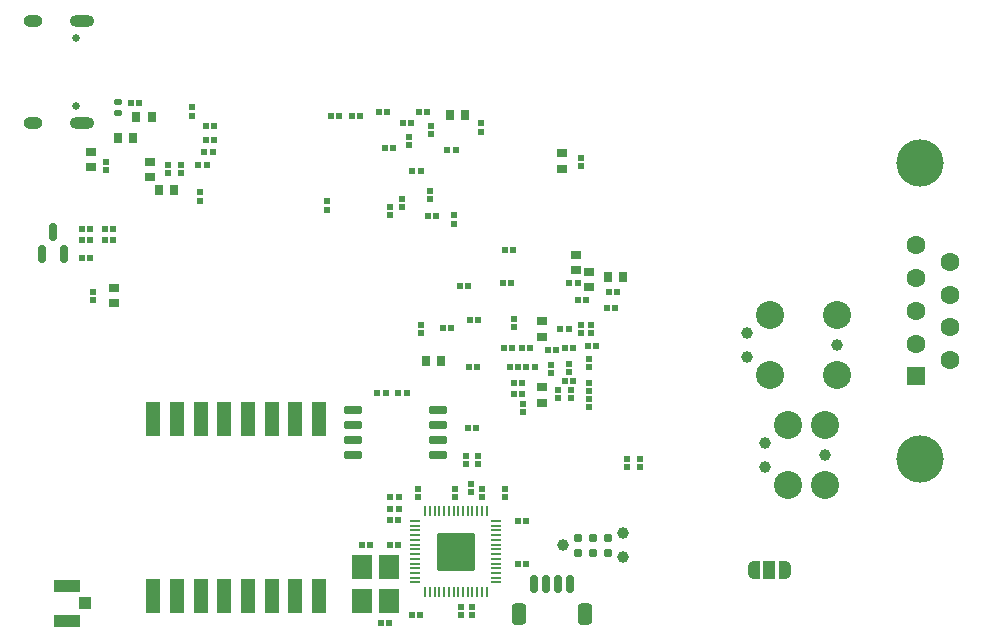
<source format=gts>
G04 #@! TF.GenerationSoftware,KiCad,Pcbnew,(6.0.2)*
G04 #@! TF.CreationDate,2022-04-20T12:25:19-06:00*
G04 #@! TF.ProjectId,nano,6e616e6f-2e6b-4696-9361-645f70636258,rev?*
G04 #@! TF.SameCoordinates,Original*
G04 #@! TF.FileFunction,Soldermask,Top*
G04 #@! TF.FilePolarity,Negative*
%FSLAX46Y46*%
G04 Gerber Fmt 4.6, Leading zero omitted, Abs format (unit mm)*
G04 Created by KiCad (PCBNEW (6.0.2)) date 2022-04-20 12:25:19*
%MOMM*%
%LPD*%
G01*
G04 APERTURE LIST*
G04 Aperture macros list*
%AMRoundRect*
0 Rectangle with rounded corners*
0 $1 Rounding radius*
0 $2 $3 $4 $5 $6 $7 $8 $9 X,Y pos of 4 corners*
0 Add a 4 corners polygon primitive as box body*
4,1,4,$2,$3,$4,$5,$6,$7,$8,$9,$2,$3,0*
0 Add four circle primitives for the rounded corners*
1,1,$1+$1,$2,$3*
1,1,$1+$1,$4,$5*
1,1,$1+$1,$6,$7*
1,1,$1+$1,$8,$9*
0 Add four rect primitives between the rounded corners*
20,1,$1+$1,$2,$3,$4,$5,0*
20,1,$1+$1,$4,$5,$6,$7,0*
20,1,$1+$1,$6,$7,$8,$9,0*
20,1,$1+$1,$8,$9,$2,$3,0*%
%AMFreePoly0*
4,1,22,0.550000,-0.750000,0.000000,-0.750000,0.000000,-0.745033,-0.079941,-0.743568,-0.215256,-0.701293,-0.333266,-0.622738,-0.424486,-0.514219,-0.481581,-0.384460,-0.499164,-0.250000,-0.500000,-0.250000,-0.500000,0.250000,-0.499164,0.250000,-0.499963,0.256109,-0.478152,0.396186,-0.417904,0.524511,-0.324060,0.630769,-0.204165,0.706417,-0.067858,0.745374,0.000000,0.744959,0.000000,0.750000,
0.550000,0.750000,0.550000,-0.750000,0.550000,-0.750000,$1*%
%AMFreePoly1*
4,1,20,0.000000,0.744959,0.073905,0.744508,0.209726,0.703889,0.328688,0.626782,0.421226,0.519385,0.479903,0.390333,0.500000,0.250000,0.500000,-0.250000,0.499851,-0.262216,0.476331,-0.402017,0.414519,-0.529596,0.319384,-0.634700,0.198574,-0.708877,0.061801,-0.746166,0.000000,-0.745033,0.000000,-0.750000,-0.550000,-0.750000,-0.550000,0.750000,0.000000,0.750000,0.000000,0.744959,
0.000000,0.744959,$1*%
G04 Aperture macros list end*
%ADD10RoundRect,0.022860X0.205740X0.227140X-0.205740X0.227140X-0.205740X-0.227140X0.205740X-0.227140X0*%
%ADD11RoundRect,0.022860X-0.227140X0.205740X-0.227140X-0.205740X0.227140X-0.205740X0.227140X0.205740X0*%
%ADD12RoundRect,0.022860X-0.205740X-0.227140X0.205740X-0.227140X0.205740X0.227140X-0.205740X0.227140X0*%
%ADD13RoundRect,0.022860X0.227140X-0.205740X0.227140X0.205740X-0.227140X0.205740X-0.227140X-0.205740X0*%
%ADD14RoundRect,0.147500X0.172500X-0.147500X0.172500X0.147500X-0.172500X0.147500X-0.172500X-0.147500X0*%
%ADD15RoundRect,0.150000X0.150000X-0.587500X0.150000X0.587500X-0.150000X0.587500X-0.150000X-0.587500X0*%
%ADD16RoundRect,0.035560X-0.320040X-0.383540X0.320040X-0.383540X0.320040X0.383540X-0.320040X0.383540X0*%
%ADD17RoundRect,0.035560X0.383540X-0.320040X0.383540X0.320040X-0.383540X0.320040X-0.383540X-0.320040X0*%
%ADD18RoundRect,0.035560X-0.383540X0.320040X-0.383540X-0.320040X0.383540X-0.320040X0.383540X0.320040X0*%
%ADD19RoundRect,0.035560X0.320040X0.383540X-0.320040X0.383540X-0.320040X-0.383540X0.320040X-0.383540X0*%
%ADD20R,2.200000X1.050000*%
%ADD21R,1.050000X1.000000*%
%ADD22RoundRect,0.150000X0.150000X0.625000X-0.150000X0.625000X-0.150000X-0.625000X0.150000X-0.625000X0*%
%ADD23RoundRect,0.250000X0.350000X0.650000X-0.350000X0.650000X-0.350000X-0.650000X0.350000X-0.650000X0*%
%ADD24FreePoly0,0.000000*%
%ADD25R,1.000000X1.500000*%
%ADD26FreePoly1,0.000000*%
%ADD27R,1.800000X2.100000*%
%ADD28R,1.200000X3.000000*%
%ADD29C,0.990600*%
%ADD30C,0.787400*%
%ADD31RoundRect,0.050000X-0.387500X-0.050000X0.387500X-0.050000X0.387500X0.050000X-0.387500X0.050000X0*%
%ADD32RoundRect,0.050000X-0.050000X-0.387500X0.050000X-0.387500X0.050000X0.387500X-0.050000X0.387500X0*%
%ADD33RoundRect,0.144000X-1.456000X-1.456000X1.456000X-1.456000X1.456000X1.456000X-1.456000X1.456000X0*%
%ADD34RoundRect,0.150000X-0.650000X-0.150000X0.650000X-0.150000X0.650000X0.150000X-0.650000X0.150000X0*%
%ADD35C,0.650000*%
%ADD36O,1.600000X1.000000*%
%ADD37O,2.100000X1.000000*%
%ADD38C,2.374900*%
%ADD39C,4.000000*%
%ADD40R,1.600000X1.600000*%
%ADD41C,1.600000*%
G04 APERTURE END LIST*
D10*
G04 #@! TO.C,C29*
X65713000Y-52182500D03*
X65013000Y-52182500D03*
G04 #@! TD*
D11*
G04 #@! TO.C,C39*
X67763000Y-50032500D03*
X67763000Y-50732500D03*
G04 #@! TD*
D12*
G04 #@! TO.C,C7*
X61263000Y-51982500D03*
X61963000Y-51982500D03*
G04 #@! TD*
D11*
G04 #@! TO.C,C17*
X55063000Y-33182500D03*
X55063000Y-33882500D03*
G04 #@! TD*
G04 #@! TO.C,C8*
X46313000Y-39582500D03*
X46313000Y-40282500D03*
G04 #@! TD*
G04 #@! TO.C,C9*
X57038000Y-40782500D03*
X57038000Y-41482500D03*
G04 #@! TD*
D12*
G04 #@! TO.C,C19*
X54863000Y-40832500D03*
X55563000Y-40832500D03*
G04 #@! TD*
G04 #@! TO.C,C10*
X61763000Y-53582500D03*
X62463000Y-53582500D03*
G04 #@! TD*
G04 #@! TO.C,C20*
X61363000Y-43682500D03*
X62063000Y-43682500D03*
G04 #@! TD*
G04 #@! TO.C,C11*
X48413000Y-32382500D03*
X49113000Y-32382500D03*
G04 #@! TD*
G04 #@! TO.C,C21*
X52713000Y-32982500D03*
X53413000Y-32982500D03*
G04 #@! TD*
G04 #@! TO.C,C12*
X62113000Y-54982500D03*
X62813000Y-54982500D03*
G04 #@! TD*
G04 #@! TO.C,C22*
X46613000Y-32382500D03*
X47313000Y-32382500D03*
G04 #@! TD*
D13*
G04 #@! TO.C,C24*
X59363000Y-33682500D03*
X59363000Y-32982500D03*
G04 #@! TD*
D11*
G04 #@! TO.C,C25*
X52638000Y-39382500D03*
X52638000Y-40082500D03*
G04 #@! TD*
D13*
G04 #@! TO.C,C26*
X53263000Y-34832500D03*
X53263000Y-34132500D03*
G04 #@! TD*
D11*
G04 #@! TO.C,C27*
X51638000Y-40082500D03*
X51638000Y-40782500D03*
G04 #@! TD*
D10*
G04 #@! TO.C,C1*
X54213000Y-36982500D03*
X53513000Y-36982500D03*
G04 #@! TD*
D12*
G04 #@! TO.C,C3*
X56488000Y-35232500D03*
X57188000Y-35232500D03*
G04 #@! TD*
G04 #@! TO.C,C4*
X57513000Y-46782500D03*
X58213000Y-46782500D03*
G04 #@! TD*
D10*
G04 #@! TO.C,C13*
X56813000Y-50332500D03*
X56113000Y-50332500D03*
G04 #@! TD*
D12*
G04 #@! TO.C,C5*
X70163000Y-47232500D03*
X70863000Y-47232500D03*
G04 #@! TD*
D11*
G04 #@! TO.C,C30*
X66763000Y-53332500D03*
X66763000Y-54032500D03*
G04 #@! TD*
G04 #@! TO.C,C40*
X67813000Y-35882500D03*
X67813000Y-36582500D03*
G04 #@! TD*
D10*
G04 #@! TO.C,C45*
X66763000Y-50432500D03*
X66063000Y-50432500D03*
G04 #@! TD*
G04 #@! TO.C,C32*
X63463000Y-51982500D03*
X62763000Y-51982500D03*
G04 #@! TD*
D12*
G04 #@! TO.C,C36*
X66413000Y-54782500D03*
X67113000Y-54782500D03*
G04 #@! TD*
D10*
G04 #@! TO.C,C33*
X63863000Y-53582500D03*
X63163000Y-53582500D03*
G04 #@! TD*
D13*
G04 #@! TO.C,C41*
X62113046Y-50232854D03*
X62113046Y-49532854D03*
G04 #@! TD*
D14*
G04 #@! TO.C,D3*
X28613000Y-32132500D03*
X28613000Y-31162500D03*
G04 #@! TD*
D10*
G04 #@! TO.C,R4*
X59002142Y-53580918D03*
X58302142Y-53580918D03*
G04 #@! TD*
G04 #@! TO.C,R3*
X59093012Y-49630710D03*
X58393012Y-49630710D03*
G04 #@! TD*
D12*
G04 #@! TO.C,R1*
X51188000Y-35032500D03*
X51888000Y-35032500D03*
G04 #@! TD*
G04 #@! TO.C,R11*
X29713000Y-31282500D03*
X30413000Y-31282500D03*
G04 #@! TD*
D11*
G04 #@! TO.C,R18*
X27563000Y-36232500D03*
X27563000Y-36932500D03*
G04 #@! TD*
D13*
G04 #@! TO.C,R5*
X54263000Y-50732500D03*
X54263000Y-50032500D03*
G04 #@! TD*
D10*
G04 #@! TO.C,R22*
X26263000Y-41932500D03*
X25563000Y-41932500D03*
G04 #@! TD*
G04 #@! TO.C,R23*
X26263000Y-42882500D03*
X25563000Y-42882500D03*
G04 #@! TD*
G04 #@! TO.C,R24*
X26263000Y-44382500D03*
X25563000Y-44382500D03*
G04 #@! TD*
G04 #@! TO.C,R25*
X28163000Y-42882500D03*
X27463000Y-42882500D03*
G04 #@! TD*
D15*
G04 #@! TO.C,Q1*
X22163000Y-44020000D03*
X24063000Y-44020000D03*
X23113000Y-42145000D03*
G04 #@! TD*
D16*
G04 #@! TO.C,C67*
X30163000Y-32482500D03*
X31463000Y-32482500D03*
G04 #@! TD*
D17*
G04 #@! TO.C,C68*
X31313000Y-37532500D03*
X31313000Y-36232500D03*
G04 #@! TD*
D10*
G04 #@! TO.C,C14*
X51413000Y-31982500D03*
X50713000Y-31982500D03*
G04 #@! TD*
D11*
G04 #@! TO.C,C18*
X55043012Y-38680710D03*
X55043012Y-39380710D03*
G04 #@! TD*
G04 #@! TO.C,C31*
X65263000Y-53432500D03*
X65263000Y-54132500D03*
G04 #@! TD*
D12*
G04 #@! TO.C,C34*
X66463000Y-51982500D03*
X67163000Y-51982500D03*
G04 #@! TD*
D11*
G04 #@! TO.C,C37*
X65813000Y-55532500D03*
X65813000Y-56232500D03*
G04 #@! TD*
D16*
G04 #@! TO.C,C65*
X32063000Y-38632500D03*
X33363000Y-38632500D03*
G04 #@! TD*
D17*
G04 #@! TO.C,C104*
X67363000Y-45432500D03*
X67363000Y-44132500D03*
G04 #@! TD*
D16*
G04 #@! TO.C,C6*
X54663000Y-53132500D03*
X55963000Y-53132500D03*
G04 #@! TD*
D18*
G04 #@! TO.C,C28*
X66163000Y-35532500D03*
X66163000Y-36832500D03*
G04 #@! TD*
G04 #@! TO.C,C38*
X64463000Y-55332500D03*
X64463000Y-56632500D03*
G04 #@! TD*
D17*
G04 #@! TO.C,C35*
X64463000Y-49732500D03*
X64463000Y-51032500D03*
G04 #@! TD*
D16*
G04 #@! TO.C,C42*
X70063000Y-45982500D03*
X71363000Y-45982500D03*
G04 #@! TD*
D12*
G04 #@! TO.C,C2*
X61212892Y-46482862D03*
X61912892Y-46482862D03*
G04 #@! TD*
D11*
G04 #@! TO.C,C102*
X66913000Y-55532500D03*
X66913000Y-56232500D03*
G04 #@! TD*
D13*
G04 #@! TO.C,C95*
X68463000Y-55632500D03*
X68463000Y-54932500D03*
G04 #@! TD*
G04 #@! TO.C,C94*
X68463000Y-53632500D03*
X68463000Y-52932500D03*
G04 #@! TD*
G04 #@! TO.C,C93*
X26463000Y-47932500D03*
X26463000Y-47232500D03*
G04 #@! TD*
D17*
G04 #@! TO.C,C92*
X28263000Y-48182500D03*
X28263000Y-46882500D03*
G04 #@! TD*
D12*
G04 #@! TO.C,C46*
X62113000Y-55932500D03*
X62813000Y-55932500D03*
G04 #@! TD*
D13*
G04 #@! TO.C,C48*
X33913000Y-37182500D03*
X33913000Y-36482500D03*
G04 #@! TD*
D10*
G04 #@! TO.C,C49*
X36613000Y-35432500D03*
X35913000Y-35432500D03*
G04 #@! TD*
G04 #@! TO.C,C50*
X36763000Y-34382500D03*
X36063000Y-34382500D03*
G04 #@! TD*
D13*
G04 #@! TO.C,C51*
X32863000Y-37182500D03*
X32863000Y-36482500D03*
G04 #@! TD*
D10*
G04 #@! TO.C,C59*
X36109046Y-36532854D03*
X35409046Y-36532854D03*
G04 #@! TD*
D11*
G04 #@! TO.C,C61*
X34863000Y-31632500D03*
X34863000Y-32332500D03*
G04 #@! TD*
D10*
G04 #@! TO.C,C62*
X36763000Y-33232500D03*
X36063000Y-33232500D03*
G04 #@! TD*
D12*
G04 #@! TO.C,C66*
X27463000Y-41932500D03*
X28163000Y-41932500D03*
G04 #@! TD*
D13*
G04 #@! TO.C,C112*
X68463000Y-57032500D03*
X68463000Y-56332500D03*
G04 #@! TD*
D11*
G04 #@! TO.C,C113*
X62878000Y-56730600D03*
X62878000Y-57430600D03*
G04 #@! TD*
D10*
G04 #@! TO.C,C100*
X69063000Y-51832500D03*
X68363000Y-51832500D03*
G04 #@! TD*
D11*
G04 #@! TO.C,FB1*
X68613000Y-50032500D03*
X68613000Y-50732500D03*
G04 #@! TD*
D17*
G04 #@! TO.C,C69*
X26309046Y-36682854D03*
X26309046Y-35382854D03*
G04 #@! TD*
D11*
G04 #@! TO.C,C72*
X35563000Y-38832500D03*
X35563000Y-39532500D03*
G04 #@! TD*
D19*
G04 #@! TO.C,C70*
X29863000Y-34182500D03*
X28563000Y-34182500D03*
G04 #@! TD*
D12*
G04 #@! TO.C,C15*
X54063000Y-31982500D03*
X54763000Y-31982500D03*
G04 #@! TD*
D10*
G04 #@! TO.C,C43*
X68263000Y-47932500D03*
X67563000Y-47932500D03*
G04 #@! TD*
D12*
G04 #@! TO.C,C114*
X70000000Y-48650000D03*
X70700000Y-48650000D03*
G04 #@! TD*
D17*
G04 #@! TO.C,C44*
X68513000Y-46832500D03*
X68513000Y-45532500D03*
G04 #@! TD*
D10*
G04 #@! TO.C,C103*
X67513000Y-46532500D03*
X66813000Y-46532500D03*
G04 #@! TD*
G04 #@! TO.C,C47*
X58909046Y-58782854D03*
X58209046Y-58782854D03*
G04 #@! TD*
D13*
G04 #@! TO.C,R16*
X71663000Y-62082500D03*
X71663000Y-61382500D03*
G04 #@! TD*
D11*
G04 #@! TO.C,R17*
X72813000Y-61382500D03*
X72813000Y-62082500D03*
G04 #@! TD*
D16*
G04 #@! TO.C,C16*
X56713000Y-32282500D03*
X58013000Y-32282500D03*
G04 #@! TD*
D20*
G04 #@! TO.C,AE1*
X24300000Y-75075000D03*
D21*
X25825000Y-73600000D03*
D20*
X24300000Y-72125000D03*
G04 #@! TD*
D11*
G04 #@! TO.C,C83*
X59410000Y-63930000D03*
X59410000Y-64630000D03*
G04 #@! TD*
D22*
G04 #@! TO.C,J11*
X66850000Y-72025000D03*
X65850000Y-72025000D03*
X64850000Y-72025000D03*
X63850000Y-72025000D03*
D23*
X62550000Y-74550000D03*
X68150000Y-74550000D03*
G04 #@! TD*
D11*
G04 #@! TO.C,C79*
X58600000Y-73900000D03*
X58600000Y-74600000D03*
G04 #@! TD*
D24*
G04 #@! TO.C,JP1*
X82430000Y-70810000D03*
D25*
X83730000Y-70810000D03*
D26*
X85030000Y-70810000D03*
G04 #@! TD*
D10*
G04 #@! TO.C,C85*
X52330000Y-66600000D03*
X51630000Y-66600000D03*
G04 #@! TD*
D12*
G04 #@! TO.C,R37*
X51650000Y-64600000D03*
X52350000Y-64600000D03*
G04 #@! TD*
D11*
G04 #@! TO.C,C82*
X57640000Y-73890000D03*
X57640000Y-74590000D03*
G04 #@! TD*
D27*
G04 #@! TO.C,Y2*
X51560000Y-73410000D03*
X51560000Y-70510000D03*
X49260000Y-70510000D03*
X49260000Y-73410000D03*
G04 #@! TD*
D10*
G04 #@! TO.C,R32*
X54170000Y-74580000D03*
X53470000Y-74580000D03*
G04 #@! TD*
G04 #@! TO.C,C78*
X51560000Y-75290000D03*
X50860000Y-75290000D03*
G04 #@! TD*
D11*
G04 #@! TO.C,R34*
X59100000Y-61150000D03*
X59100000Y-61850000D03*
G04 #@! TD*
D13*
G04 #@! TO.C,R33*
X58050000Y-61850000D03*
X58050000Y-61150000D03*
G04 #@! TD*
G04 #@! TO.C,C81*
X57150000Y-64630000D03*
X57150000Y-63930000D03*
G04 #@! TD*
D12*
G04 #@! TO.C,C88*
X62450000Y-66660000D03*
X63150000Y-66660000D03*
G04 #@! TD*
D13*
G04 #@! TO.C,C84*
X54030000Y-64630000D03*
X54030000Y-63930000D03*
G04 #@! TD*
D28*
G04 #@! TO.C,U5*
X45600000Y-58000000D03*
X43600000Y-58000000D03*
X41600000Y-58000000D03*
X39600000Y-58000000D03*
X37600000Y-58000000D03*
X35600000Y-58000000D03*
X33600000Y-58000000D03*
X31600000Y-58000000D03*
X31600000Y-73000000D03*
X33600000Y-73000000D03*
X35600000Y-73000000D03*
X37600000Y-73000000D03*
X39600000Y-73000000D03*
X41600000Y-73000000D03*
X43600000Y-73000000D03*
X45600000Y-73000000D03*
G04 #@! TD*
D10*
G04 #@! TO.C,C86*
X52340000Y-68640000D03*
X51640000Y-68640000D03*
G04 #@! TD*
D12*
G04 #@! TO.C,R36*
X51650000Y-65650000D03*
X52350000Y-65650000D03*
G04 #@! TD*
D13*
G04 #@! TO.C,C90*
X61370000Y-64629999D03*
X61370000Y-63929999D03*
G04 #@! TD*
D12*
G04 #@! TO.C,C77*
X49270000Y-68640000D03*
X49970000Y-68640000D03*
G04 #@! TD*
D29*
G04 #@! TO.C,J10*
X71320000Y-67699000D03*
X66240000Y-68715000D03*
X71320000Y-69731000D03*
D30*
X67510000Y-69350000D03*
X67510000Y-68080000D03*
X68780000Y-69350000D03*
X68780000Y-68080000D03*
X70050000Y-69350000D03*
X70050000Y-68080000D03*
G04 #@! TD*
D12*
G04 #@! TO.C,R35*
X50550000Y-55800000D03*
X51250000Y-55800000D03*
G04 #@! TD*
D31*
G04 #@! TO.C,U7*
X53770000Y-66652500D03*
X53770000Y-67052500D03*
X53770000Y-67452500D03*
X53770000Y-67852500D03*
X53770000Y-68252500D03*
X53770000Y-68652500D03*
X53770000Y-69052500D03*
X53770000Y-69452500D03*
X53770000Y-69852500D03*
X53770000Y-70252500D03*
X53770000Y-70652500D03*
X53770000Y-71052500D03*
X53770000Y-71452500D03*
X53770000Y-71852500D03*
D32*
X54607500Y-72690000D03*
X55007500Y-72690000D03*
X55407500Y-72690000D03*
X55807500Y-72690000D03*
X56207500Y-72690000D03*
X56607500Y-72690000D03*
X57007500Y-72690000D03*
X57407500Y-72690000D03*
X57807500Y-72690000D03*
X58207500Y-72690000D03*
X58607500Y-72690000D03*
X59007500Y-72690000D03*
X59407500Y-72690000D03*
X59807500Y-72690000D03*
D31*
X60645000Y-71852500D03*
X60645000Y-71452500D03*
X60645000Y-71052500D03*
X60645000Y-70652500D03*
X60645000Y-70252500D03*
X60645000Y-69852500D03*
X60645000Y-69452500D03*
X60645000Y-69052500D03*
X60645000Y-68652500D03*
X60645000Y-68252500D03*
X60645000Y-67852500D03*
X60645000Y-67452500D03*
X60645000Y-67052500D03*
X60645000Y-66652500D03*
D32*
X59807500Y-65815000D03*
X59407500Y-65815000D03*
X59007500Y-65815000D03*
X58607500Y-65815000D03*
X58207500Y-65815000D03*
X57807500Y-65815000D03*
X57407500Y-65815000D03*
X57007500Y-65815000D03*
X56607500Y-65815000D03*
X56207500Y-65815000D03*
X55807500Y-65815000D03*
X55407500Y-65815000D03*
X55007500Y-65815000D03*
X54607500Y-65815000D03*
D33*
X57207500Y-69252500D03*
G04 #@! TD*
D13*
G04 #@! TO.C,C80*
X58510000Y-64200000D03*
X58510000Y-63500000D03*
G04 #@! TD*
D12*
G04 #@! TO.C,C87*
X62450000Y-70250000D03*
X63150000Y-70250000D03*
G04 #@! TD*
G04 #@! TO.C,C89*
X52330000Y-55790000D03*
X53030000Y-55790000D03*
G04 #@! TD*
D34*
G04 #@! TO.C,U8*
X48490000Y-57225000D03*
X48490000Y-58495000D03*
X48490000Y-59765000D03*
X48490000Y-61035000D03*
X55690000Y-61035000D03*
X55690000Y-59765000D03*
X55690000Y-58495000D03*
X55690000Y-57225000D03*
G04 #@! TD*
D35*
G04 #@! TO.C,J4*
X25040000Y-25760000D03*
X25040000Y-31540000D03*
D36*
X21390000Y-24330000D03*
D37*
X25570000Y-32970000D03*
D36*
X21390000Y-32970000D03*
D37*
X25570000Y-24330000D03*
G04 #@! TD*
D29*
G04 #@! TO.C,J2*
X81891000Y-50772000D03*
D38*
X83796000Y-49248000D03*
X89511000Y-54328000D03*
X89511000Y-49248000D03*
X83796000Y-54328000D03*
D29*
X81891000Y-52804000D03*
X89511000Y-51788000D03*
G04 #@! TD*
G04 #@! TO.C,J3*
X83391000Y-62094000D03*
D38*
X88471000Y-58538000D03*
X85296000Y-58538000D03*
X85296000Y-63618000D03*
D29*
X88471000Y-61078000D03*
X83391000Y-60062000D03*
D38*
X88471000Y-63618000D03*
G04 #@! TD*
D39*
G04 #@! TO.C,J5*
X96500000Y-61360000D03*
X96500000Y-36360000D03*
D40*
X96200000Y-54400000D03*
D41*
X96200000Y-51630000D03*
X96200000Y-48860000D03*
X96200000Y-46090000D03*
X96200000Y-43320000D03*
X99040000Y-53015000D03*
X99040000Y-50245000D03*
X99040000Y-47475000D03*
X99040000Y-44705000D03*
G04 #@! TD*
M02*

</source>
